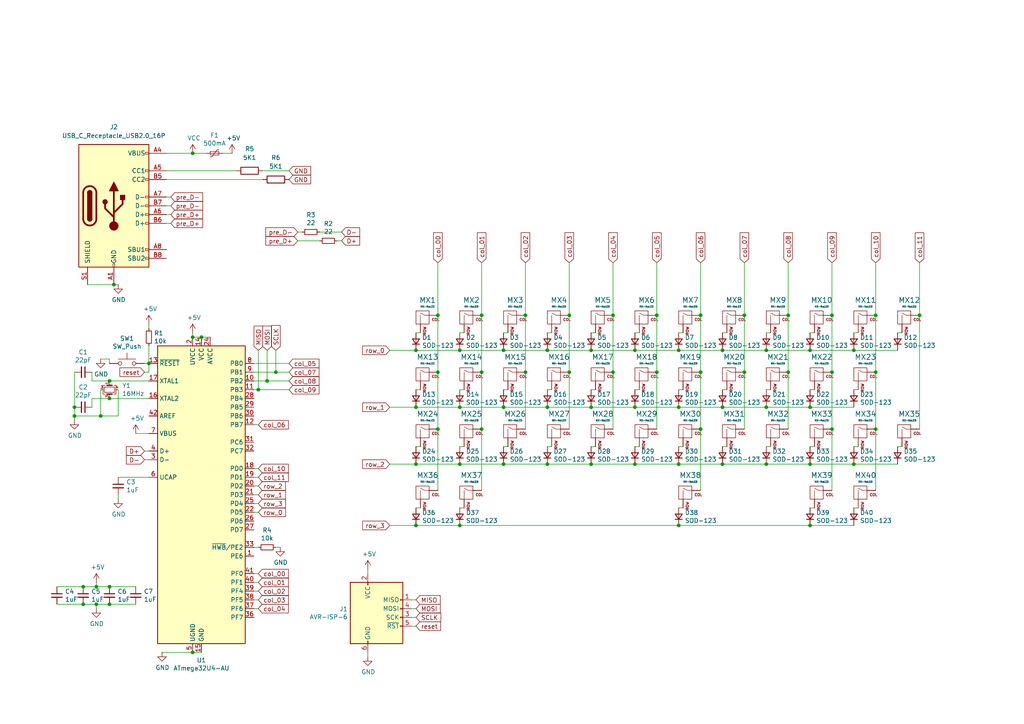
<source format=kicad_sch>
(kicad_sch (version 20250114) (generator "eeschema") (generator_version "9.0")
  (paper "A4")
  (junction (at 184.15 101.6))
  (junction (at 158.75 118.11))
  (junction (at 215.9 91.44))
  (junction (at 146.05 118.11))
  (junction (at 254 107.95))
  (junction (at 177.8 91.44))
  (junction (at 190.5 107.95))
  (junction (at 27.94 170.18))
  (junction (at 127 124.46))
  (junction (at 203.2 107.95))
  (junction (at 203.2 91.44))
  (junction (at 196.85 101.6))
  (junction (at 77.47 110.49))
  (junction (at 43.18 105.41))
  (junction (at 234.95 152.4))
  (junction (at 120.65 118.11))
  (junction (at 171.45 118.11))
  (junction (at 241.3 124.46))
  (junction (at 146.05 134.62))
  (junction (at 184.15 134.62))
  (junction (at 127 91.44))
  (junction (at 55.88 189.23))
  (junction (at 241.3 91.44))
  (junction (at 247.65 134.62))
  (junction (at 171.45 134.62))
  (junction (at 31.75 175.26))
  (junction (at 58.42 97.79))
  (junction (at 21.59 118.11))
  (junction (at 139.7 91.44))
  (junction (at 21.59 120.65))
  (junction (at 222.25 134.62))
  (junction (at 241.3 107.95))
  (junction (at 222.25 101.6))
  (junction (at 203.2 124.46))
  (junction (at 31.75 170.18))
  (junction (at 234.95 118.11))
  (junction (at 55.88 44.45))
  (junction (at 74.93 113.03))
  (junction (at 196.85 134.62))
  (junction (at 190.5 91.44))
  (junction (at 254 124.46))
  (junction (at 29.21 120.65))
  (junction (at 234.95 134.62))
  (junction (at 215.9 107.95))
  (junction (at 139.7 107.95))
  (junction (at 228.6 91.44))
  (junction (at 133.35 118.11))
  (junction (at 33.02 82.55))
  (junction (at 165.1 107.95))
  (junction (at 139.7 124.46))
  (junction (at 120.65 101.6))
  (junction (at 133.35 101.6))
  (junction (at 31.75 115.57))
  (junction (at 184.15 118.11))
  (junction (at 152.4 107.95))
  (junction (at 158.75 101.6))
  (junction (at 209.55 134.62))
  (junction (at 133.35 134.62))
  (junction (at 196.85 152.4))
  (junction (at 177.8 107.95))
  (junction (at 55.88 97.79))
  (junction (at 171.45 101.6))
  (junction (at 266.7 91.44))
  (junction (at 24.13 170.18))
  (junction (at 152.4 91.44))
  (junction (at 158.75 134.62))
  (junction (at 234.95 101.6))
  (junction (at 222.25 118.11))
  (junction (at 146.05 101.6))
  (junction (at 31.75 110.49))
  (junction (at 254 91.44))
  (junction (at 120.65 152.4))
  (junction (at 196.85 118.11))
  (junction (at 24.13 175.26))
  (junction (at 120.65 134.62))
  (junction (at 127 107.95))
  (junction (at 133.35 152.4))
  (junction (at 247.65 101.6))
  (junction (at 209.55 118.11))
  (junction (at 165.1 91.44))
  (junction (at 27.94 175.26))
  (junction (at 80.01 107.95))
  (junction (at 228.6 107.95))
  (junction (at 209.55 101.6))
  (wire (pts (xy 241.3 124.46) (xy 241.3 107.95)))
  (wire (pts (xy 31.75 104.14) (xy 29.21 104.14)))
  (wire (pts (xy 58.42 189.23) (xy 55.88 189.23)))
  (wire (pts (xy 139.7 124.46) (xy 139.7 142.24)))
  (wire (pts (xy 198.12 147.32) (xy 196.85 147.32)))
  (wire (pts (xy 160.02 129.54) (xy 158.75 129.54)))
  (wire (pts (xy 127 107.95) (xy 127 124.46)))
  (wire (pts (xy 248.92 96.52) (xy 247.65 96.52)))
  (wire (pts (xy 31.75 175.26) (xy 39.37 175.26)))
  (wire (pts (xy 160.02 113.03) (xy 158.75 113.03)))
  (wire (pts (xy 152.4 76.2) (xy 152.4 91.44)))
  (wire (pts (xy 158.75 118.11) (xy 146.05 118.11)))
  (wire (pts (xy 119.38 176.53) (xy 120.65 176.53)))
  (wire (pts (xy 261.62 129.54) (xy 260.35 129.54)))
  (wire (pts (xy 165.1 124.46) (xy 165.1 107.95)))
  (wire (pts (xy 119.38 173.99) (xy 120.65 173.99)))
  (wire (pts (xy 241.3 142.24) (xy 241.3 124.46)))
  (wire (pts (xy 74.93 138.43) (xy 73.66 138.43)))
  (wire (pts (xy 261.62 96.52) (xy 260.35 96.52)))
  (wire (pts (xy 172.72 96.52) (xy 171.45 96.52)))
  (wire (pts (xy 215.9 76.2) (xy 215.9 91.44)))
  (wire (pts (xy 254 142.24) (xy 254 124.46)))
  (wire (pts (xy 119.38 179.07) (xy 120.65 179.07)))
  (wire (pts (xy 133.35 134.62) (xy 120.65 134.62)))
  (wire (pts (xy 203.2 142.24) (xy 203.2 124.46)))
  (wire (pts (xy 74.93 123.19) (xy 73.66 123.19)))
  (wire (pts (xy 171.45 118.11) (xy 158.75 118.11)))
  (wire (pts (xy 209.55 118.11) (xy 196.85 118.11)))
  (wire (pts (xy 152.4 124.46) (xy 152.4 107.95)))
  (wire (pts (xy 215.9 124.46) (xy 215.9 107.95)))
  (wire (pts (xy 43.18 133.35) (xy 41.91 133.35)))
  (wire (pts (xy 55.88 97.79) (xy 55.88 96.52)))
  (wire (pts (xy 254 76.2) (xy 254 91.44)))
  (wire (pts (xy 119.38 181.61) (xy 120.65 181.61)))
  (wire (pts (xy 222.25 118.11) (xy 209.55 118.11)))
  (wire (pts (xy 196.85 134.62) (xy 184.15 134.62)))
  (wire (pts (xy 86.36 67.31) (xy 87.63 67.31)))
  (wire (pts (xy 121.92 113.03) (xy 120.65 113.03)))
  (wire (pts (xy 31.75 105.41) (xy 31.75 104.14)))
  (wire (pts (xy 67.31 44.45) (xy 64.77 44.45)))
  (wire (pts (xy 223.52 96.52) (xy 222.25 96.52)))
  (wire (pts (xy 134.62 96.52) (xy 133.35 96.52)))
  (wire (pts (xy 21.59 118.11) (xy 21.59 120.65)))
  (wire (pts (xy 210.82 113.03) (xy 209.55 113.03)))
  (wire (pts (xy 120.65 152.4) (xy 113.03 152.4)))
  (wire (pts (xy 74.93 171.45) (xy 73.66 171.45)))
  (wire (pts (xy 41.91 107.95) (xy 43.18 107.95)))
  (wire (pts (xy 139.7 124.46) (xy 139.7 107.95)))
  (wire (pts (xy 127 91.44) (xy 127 107.95)))
  (wire (pts (xy 236.22 147.32) (xy 234.95 147.32)))
  (wire (pts (xy 58.42 97.79) (xy 55.88 97.79)))
  (wire (pts (xy 74.93 143.51) (xy 73.66 143.51)))
  (wire (pts (xy 73.66 113.03) (xy 74.93 113.03)))
  (wire (pts (xy 254 107.95) (xy 254 91.44)))
  (wire (pts (xy 106.68 189.23) (xy 106.68 190.5)))
  (wire (pts (xy 234.95 134.62) (xy 222.25 134.62)))
  (wire (pts (xy 48.26 44.45) (xy 55.88 44.45)))
  (wire (pts (xy 34.29 143.51) (xy 34.29 144.78)))
  (wire (pts (xy 228.6 107.95) (xy 228.6 91.44)))
  (wire (pts (xy 222.25 101.6) (xy 209.55 101.6)))
  (wire (pts (xy 21.59 120.65) (xy 21.59 121.92)))
  (wire (pts (xy 236.22 113.03) (xy 234.95 113.03)))
  (wire (pts (xy 26.67 115.57) (xy 26.67 118.11)))
  (wire (pts (xy 43.18 107.95) (xy 43.18 105.41)))
  (wire (pts (xy 165.1 76.2) (xy 165.1 91.44)))
  (wire (pts (xy 185.42 129.54) (xy 184.15 129.54)))
  (wire (pts (xy 147.32 129.54) (xy 146.05 129.54)))
  (wire (pts (xy 80.01 107.95) (xy 83.82 107.95)))
  (wire (pts (xy 198.12 129.54) (xy 196.85 129.54)))
  (wire (pts (xy 73.66 110.49) (xy 77.47 110.49)))
  (wire (pts (xy 25.4 82.55) (xy 33.02 82.55)))
  (wire (pts (xy 177.8 107.95) (xy 177.8 91.44)))
  (wire (pts (xy 74.93 140.97) (xy 73.66 140.97)))
  (wire (pts (xy 74.93 113.03) (xy 83.82 113.03)))
  (wire (pts (xy 133.35 152.4) (xy 120.65 152.4)))
  (wire (pts (xy 55.88 189.23) (xy 46.99 189.23)))
  (wire (pts (xy 184.15 118.11) (xy 171.45 118.11)))
  (wire (pts (xy 198.12 113.03) (xy 196.85 113.03)))
  (wire (pts (xy 234.95 101.6) (xy 222.25 101.6)))
  (wire (pts (xy 113.03 101.6) (xy 120.65 101.6)))
  (wire (pts (xy 73.66 105.41) (xy 83.82 105.41)))
  (wire (pts (xy 203.2 107.95) (xy 203.2 91.44)))
  (wire (pts (xy 43.18 130.81) (xy 41.91 130.81)))
  (wire (pts (xy 185.42 113.03) (xy 184.15 113.03)))
  (wire (pts (xy 139.7 107.95) (xy 139.7 91.44)))
  (wire (pts (xy 39.37 125.73) (xy 43.18 125.73)))
  (wire (pts (xy 48.26 64.77) (xy 49.53 64.77)))
  (wire (pts (xy 198.12 96.52) (xy 196.85 96.52)))
  (wire (pts (xy 21.59 107.95) (xy 21.59 118.11)))
  (wire (pts (xy 203.2 76.2) (xy 203.2 91.44)))
  (wire (pts (xy 24.13 170.18) (xy 27.94 170.18)))
  (wire (pts (xy 27.94 175.26) (xy 27.94 176.53)))
  (wire (pts (xy 260.35 134.62) (xy 247.65 134.62)))
  (wire (pts (xy 43.18 93.98) (xy 43.18 95.25)))
  (wire (pts (xy 113.03 118.11) (xy 120.65 118.11)))
  (wire (pts (xy 60.96 97.79) (xy 58.42 97.79)))
  (wire (pts (xy 190.5 124.46) (xy 190.5 107.95)))
  (wire (pts (xy 172.72 129.54) (xy 171.45 129.54)))
  (wire (pts (xy 106.68 165.1) (xy 106.68 166.37)))
  (wire (pts (xy 43.18 100.33) (xy 43.18 105.41)))
  (wire (pts (xy 190.5 107.95) (xy 190.5 91.44)))
  (wire (pts (xy 77.47 101.6) (xy 77.47 110.49)))
  (wire (pts (xy 248.92 147.32) (xy 247.65 147.32)))
  (wire (pts (xy 177.8 76.2) (xy 177.8 91.44)))
  (wire (pts (xy 236.22 96.52) (xy 234.95 96.52)))
  (wire (pts (xy 133.35 118.11) (xy 120.65 118.11)))
  (wire (pts (xy 146.05 101.6) (xy 133.35 101.6)))
  (wire (pts (xy 185.42 96.52) (xy 184.15 96.52)))
  (wire (pts (xy 248.92 113.03) (xy 247.65 113.03)))
  (wire (pts (xy 99.06 69.85) (xy 97.79 69.85)))
  (wire (pts (xy 134.62 113.03) (xy 133.35 113.03)))
  (wire (pts (xy 228.6 76.2) (xy 228.6 91.44)))
  (wire (pts (xy 48.26 62.23) (xy 49.53 62.23)))
  (wire (pts (xy 133.35 152.4) (xy 196.85 152.4)))
  (wire (pts (xy 48.26 59.69) (xy 49.53 59.69)))
  (wire (pts (xy 121.92 129.54) (xy 120.65 129.54)))
  (wire (pts (xy 254 124.46) (xy 254 107.95)))
  (wire (pts (xy 29.21 120.65) (xy 29.21 113.03)))
  (wire (pts (xy 41.91 105.41) (xy 43.18 105.41)))
  (wire (pts (xy 209.55 134.62) (xy 196.85 134.62)))
  (wire (pts (xy 74.93 101.6) (xy 74.93 113.03)))
  (wire (pts (xy 73.66 107.95) (xy 80.01 107.95)))
  (wire (pts (xy 74.93 176.53) (xy 73.66 176.53)))
  (wire (pts (xy 33.02 82.55) (xy 34.29 82.55)))
  (wire (pts (xy 121.92 147.32) (xy 120.65 147.32)))
  (wire (pts (xy 147.32 113.03) (xy 146.05 113.03)))
  (wire (pts (xy 234.95 152.4) (xy 196.85 152.4)))
  (wire (pts (xy 127 76.2) (xy 127 91.44)))
  (wire (pts (xy 234.95 118.11) (xy 222.25 118.11)))
  (wire (pts (xy 203.2 124.46) (xy 203.2 107.95)))
  (wire (pts (xy 43.18 115.57) (xy 31.75 115.57)))
  (wire (pts (xy 99.06 67.31) (xy 92.71 67.31)))
  (wire (pts (xy 147.32 96.52) (xy 146.05 96.52)))
  (wire (pts (xy 158.75 101.6) (xy 146.05 101.6)))
  (wire (pts (xy 248.92 129.54) (xy 247.65 129.54)))
  (wire (pts (xy 73.66 146.05) (xy 74.93 146.05)))
  (wire (pts (xy 27.94 175.26) (xy 31.75 175.26)))
  (wire (pts (xy 34.29 120.65) (xy 29.21 120.65)))
  (wire (pts (xy 266.7 76.2) (xy 266.7 91.44)))
  (wire (pts (xy 172.72 113.03) (xy 171.45 113.03)))
  (wire (pts (xy 26.67 107.95) (xy 26.67 110.49)))
  (wire (pts (xy 73.66 158.75) (xy 74.93 158.75)))
  (wire (pts (xy 74.93 168.91) (xy 73.66 168.91)))
  (wire (pts (xy 158.75 134.62) (xy 146.05 134.62)))
  (wire (pts (xy 34.29 113.03) (xy 34.29 120.65)))
  (wire (pts (xy 241.3 107.95) (xy 241.3 91.44)))
  (wire (pts (xy 48.26 57.15) (xy 49.53 57.15)))
  (wire (pts (xy 76.2 49.53) (xy 83.82 49.53)))
  (wire (pts (xy 146.05 118.11) (xy 133.35 118.11)))
  (wire (pts (xy 228.6 124.46) (xy 228.6 107.95)))
  (wire (pts (xy 77.47 110.49) (xy 83.82 110.49)))
  (wire (pts (xy 24.13 175.26) (xy 27.94 175.26)))
  (wire (pts (xy 27.94 170.18) (xy 31.75 170.18)))
  (wire (pts (xy 48.26 49.53) (xy 68.58 49.53)))
  (wire (pts (xy 134.62 129.54) (xy 133.35 129.54)))
  (wire (pts (xy 127 142.24) (xy 127 124.46)))
  (wire (pts (xy 43.18 138.43) (xy 34.29 138.43)))
  (wire (pts (xy 146.05 134.62) (xy 133.35 134.62)))
  (wire (pts (xy 266.7 124.46) (xy 266.7 91.44)))
  (wire (pts (xy 215.9 91.44) (xy 215.9 107.95)))
  (wire (pts (xy 21.59 120.65) (xy 29.21 120.65)))
  (wire (pts (xy 241.3 76.2) (xy 241.3 91.44)))
  (wire (pts (xy 80.01 101.6) (xy 80.01 107.95)))
  (wire (pts (xy 260.35 101.6) (xy 247.65 101.6)))
  (wire (pts (xy 247.65 101.6) (xy 234.95 101.6)))
  (wire (pts (xy 196.85 101.6) (xy 184.15 101.6)))
  (wire (pts (xy 247.65 134.62) (xy 234.95 134.62)))
  (wire (pts (xy 31.75 115.57) (xy 26.67 115.57)))
  (wire (pts (xy 74.93 166.37) (xy 73.66 166.37)))
  (wire (pts (xy 177.8 124.46) (xy 177.8 107.95)))
  (wire (pts (xy 184.15 101.6) (xy 171.45 101.6)))
  (wire (pts (xy 113.03 134.62) (xy 120.65 134.62)))
  (wire (pts (xy 236.22 129.54) (xy 234.95 129.54)))
  (wire (pts (xy 74.93 148.59) (xy 73.66 148.59)))
  (wire (pts (xy 210.82 96.52) (xy 209.55 96.52)))
  (wire (pts (xy 222.25 134.62) (xy 209.55 134.62)))
  (wire (pts (xy 247.65 152.4) (xy 234.95 152.4)))
  (wire (pts (xy 171.45 134.62) (xy 158.75 134.62)))
  (wire (pts (xy 171.45 101.6) (xy 158.75 101.6)))
  (wire (pts (xy 184.15 134.62) (xy 171.45 134.62)))
  (wire (pts (xy 133.35 101.6) (xy 120.65 101.6)))
  (wire (pts (xy 223.52 129.54) (xy 222.25 129.54)))
  (wire (pts (xy 27.94 170.18) (xy 27.94 168.91)))
  (wire (pts (xy 80.01 158.75) (xy 81.28 158.75)))
  (wire (pts (xy 209.55 101.6) (xy 196.85 101.6)))
  (wire (pts (xy 165.1 107.95) (xy 165.1 91.44)))
  (wire (pts (xy 196.85 118.11) (xy 184.15 118.11)))
  (wire (pts (xy 160.02 96.52) (xy 158.75 96.52)))
  (wire (pts (xy 223.52 113.03) (xy 222.25 113.03)))
  (wire (pts (xy 210.82 129.54) (xy 209.55 129.54)))
  (wire (pts (xy 16.51 170.18) (xy 24.13 170.18)))
  (wire (pts (xy 43.18 110.49) (xy 31.75 110.49)))
  (wire (pts (xy 74.93 173.99) (xy 73.66 173.99)))
  (wire (pts (xy 31.75 170.18) (xy 39.37 170.18)))
  (wire (pts (xy 16.51 175.26) (xy 24.13 175.26)))
  (wire (pts (xy 139.7 76.2) (xy 139.7 91.44)))
  (wire (pts (xy 26.67 110.49) (xy 31.75 110.49)))
  (wire (pts (xy 86.36 69.85) (xy 92.71 69.85)))
  (wire (pts (xy 190.5 76.2) (xy 190.5 91.44)))
  (wire (pts (xy 55.88 44.45) (xy 59.69 44.45)))
  (wire (pts (xy 152.4 107.95) (xy 152.4 91.44)))
  (wire (pts (xy 134.62 147.32) (xy 133.35 147.32)))
  (wire (pts (xy 247.65 118.11) (xy 234.95 118.11)))
  (wire (pts (xy 48.26 52.07) (xy 76.2 52.07)))
  (wire (pts (xy 121.92 96.52) (xy 120.65 96.52)))
  (wire (pts (xy 74.93 135.89) (xy 73.66 135.89)))
  (global_label "D+" (shape input) (at 99.06 69.85 0) (property "Intersheetrefs" "${INTERSHEET_REFS}" (effects (hide yes))))
  (global_label "row_1" (shape input) (at 74.93 143.51 0) (property "Intersheetrefs" "${INTERSHEET_REFS}" (effects (hide yes))))
  (global_label "col_05" (shape input) (at 190.5 76.2 90) (property "Intersheetrefs" "${INTERSHEET_REFS}" (effects (hide yes))))
  (global_label "pre_D-" (shape input) (at 49.53 57.15 0) (property "Intersheetrefs" "${INTERSHEET_REFS}" (effects (hide yes))))
  (global_label "col_02" (shape input) (at 74.93 171.45 0) (property "Intersheetrefs" "${INTERSHEET_REFS}" (effects (hide yes))))
  (global_label "row_1" (shape input) (at 113.03 118.11 180) (property "Intersheetrefs" "${INTERSHEET_REFS}" (effects (hide yes))))
  (global_label "pre_D+" (shape input) (at 86.36 69.85 180) (property "Intersheetrefs" "${INTERSHEET_REFS}" (effects (hide yes))))
  (global_label "col_00" (shape input) (at 127 76.2 90) (property "Intersheetrefs" "${INTERSHEET_REFS}" (effects (hide yes))))
  (global_label "MISO" (shape input) (at 120.65 173.99 0) (property "Intersheetrefs" "${INTERSHEET_REFS}" (effects (hide yes))))
  (global_label "MISO" (shape input) (at 74.93 101.6 90) (property "Intersheetrefs" "${INTERSHEET_REFS}" (effects (hide yes))))
  (global_label "col_02" (shape input) (at 152.4 76.2 90) (property "Intersheetrefs" "${INTERSHEET_REFS}" (effects (hide yes))))
  (global_label "col_10" (shape input) (at 74.93 135.89 0) (property "Intersheetrefs" "${INTERSHEET_REFS}" (effects (hide yes))))
  (global_label "MOSI" (shape input) (at 77.47 101.6 90) (property "Intersheetrefs" "${INTERSHEET_REFS}" (effects (hide yes))))
  (global_label "pre_D-" (shape input) (at 49.53 59.69 0) (property "Intersheetrefs" "${INTERSHEET_REFS}" (effects (hide yes))))
  (global_label "col_11" (shape input) (at 266.7 76.2 90) (property "Intersheetrefs" "${INTERSHEET_REFS}" (effects (hide yes))))
  (global_label "col_09" (shape input) (at 83.82 113.03 0) (property "Intersheetrefs" "${INTERSHEET_REFS}" (effects (hide yes))))
  (global_label "reset" (shape input) (at 120.65 181.61 0) (property "Intersheetrefs" "${INTERSHEET_REFS}" (effects (hide yes))))
  (global_label "row_0" (shape input) (at 74.93 148.59 0) (property "Intersheetrefs" "${INTERSHEET_REFS}" (effects (hide yes))))
  (global_label "MOSI" (shape input) (at 120.65 176.53 0) (property "Intersheetrefs" "${INTERSHEET_REFS}" (effects (hide yes))))
  (global_label "col_10" (shape input) (at 254 76.2 90) (property "Intersheetrefs" "${INTERSHEET_REFS}" (effects (hide yes))))
  (global_label "col_06" (shape input) (at 74.93 123.19 0) (property "Intersheetrefs" "${INTERSHEET_REFS}" (effects (hide yes))))
  (global_label "row_0" (shape input) (at 113.03 101.6 180) (property "Intersheetrefs" "${INTERSHEET_REFS}" (effects (hide yes))))
  (global_label "GND" (shape input) (at 83.82 52.07 0) (property "Intersheetrefs" "${INTERSHEET_REFS}" (effects (hide yes))))
  (global_label "col_04" (shape input) (at 177.8 76.2 90) (property "Intersheetrefs" "${INTERSHEET_REFS}" (effects (hide yes))))
  (global_label "col_08" (shape input) (at 83.82 110.49 0) (property "Intersheetrefs" "${INTERSHEET_REFS}" (effects (hide yes))))
  (global_label "col_09" (shape input) (at 241.3 76.2 90) (property "Intersheetrefs" "${INTERSHEET_REFS}" (effects (hide yes))))
  (global_label "col_06" (shape input) (at 203.2 76.2 90) (property "Intersheetrefs" "${INTERSHEET_REFS}" (effects (hide yes))))
  (global_label "GND" (shape input) (at 83.82 49.53 0) (property "Intersheetrefs" "${INTERSHEET_REFS}" (effects (hide yes))))
  (global_label "col_01" (shape input) (at 74.93 168.91 0) (property "Intersheetrefs" "${INTERSHEET_REFS}" (effects (hide yes))))
  (global_label "col_03" (shape input) (at 165.1 76.2 90) (property "Intersheetrefs" "${INTERSHEET_REFS}" (effects (hide yes))))
  (global_label "D+" (shape input) (at 41.91 130.81 180) (property "Intersheetrefs" "${INTERSHEET_REFS}" (effects (hide yes))))
  (global_label "col_07" (shape input) (at 83.82 107.95 0) (property "Intersheetrefs" "${INTERSHEET_REFS}" (effects (hide yes))))
  (global_label "pre_D+" (shape input) (at 49.53 64.77 0) (property "Intersheetrefs" "${INTERSHEET_REFS}" (effects (hide yes))))
  (global_label "D-" (shape input) (at 99.06 67.31 0) (property "Intersheetrefs" "${INTERSHEET_REFS}" (effects (hide yes))))
  (global_label "row_3" (shape input) (at 113.03 152.4 180) (property "Intersheetrefs" "${INTERSHEET_REFS}" (effects (hide yes))))
  (global_label "pre_D-" (shape input) (at 86.36 67.31 180) (property "Intersheetrefs" "${INTERSHEET_REFS}" (effects (hide yes))))
  (global_label "col_11" (shape input) (at 74.93 138.43 0) (property "Intersheetrefs" "${INTERSHEET_REFS}" (effects (hide yes))))
  (global_label "col_07" (shape input) (at 215.9 76.2 90) (property "Intersheetrefs" "${INTERSHEET_REFS}" (effects (hide yes))))
  (global_label "col_04" (shape input) (at 74.93 176.53 0) (property "Intersheetrefs" "${INTERSHEET_REFS}" (effects (hide yes))))
  (global_label "col_01" (shape input) (at 139.7 76.2 90) (property "Intersheetrefs" "${INTERSHEET_REFS}" (effects (hide yes))))
  (global_label "row_2" (shape input) (at 113.03 134.62 180) (property "Intersheetrefs" "${INTERSHEET_REFS}" (effects (hide yes))))
  (global_label "reset" (shape input) (at 41.91 107.95 180) (property "Intersheetrefs" "${INTERSHEET_REFS}" (effects (hide yes))))
  (global_label "SCLK" (shape input) (at 120.65 179.07 0) (property "Intersheetrefs" "${INTERSHEET_REFS}" (effects (hide yes))))
  (global_label "col_05" (shape input) (at 83.82 105.41 0) (property "Intersheetrefs" "${INTERSHEET_REFS}" (effects (hide yes))))
  (global_label "row_2" (shape input) (at 74.93 140.97 0) (property "Intersheetrefs" "${INTERSHEET_REFS}" (effects (hide yes))))
  (global_label "col_00" (shape input) (at 74.93 166.37 0) (property "Intersheetrefs" "${INTERSHEET_REFS}" (effects (hide yes))))
  (global_label "SCLK" (shape input) (at 80.01 101.6 90) (property "Intersheetrefs" "${INTERSHEET_REFS}" (effects (hide yes))))
  (global_label "col_08" (shape input) (at 228.6 76.2 90) (property "Intersheetrefs" "${INTERSHEET_REFS}" (effects (hide yes))))
  (global_label "pre_D+" (shape input) (at 49.53 62.23 0) (property "Intersheetrefs" "${INTERSHEET_REFS}" (effects (hide yes))))
  (global_label "row_3" (shape input) (at 74.93 146.05 0) (property "Intersheetrefs" "${INTERSHEET_REFS}" (effects (hide yes))))
  (global_label "col_03" (shape input) (at 74.93 173.99 0) (property "Intersheetrefs" "${INTERSHEET_REFS}" (effects (hide yes))))
  (global_label "D-" (shape input) (at 41.91 133.35 180) (property "Intersheetrefs" "${INTERSHEET_REFS}" (effects (hide yes))))
  (symbol (lib_id "MCU_Microchip_ATmega:ATmega32U4-AU") (at 58.42 143.51 0) (unit 1)
    (property "Reference" "U1" (at 58.42 191.4906 0))
    (property "Value" "ATmega32U4-AU" (at 58.42 193.802 0))
    (property "Footprint" "Package_QFP:TQFP-44_10x10mm_P0.8mm" (effects (hide yes)))
    (property "Datasheet" "http://ww1.microchip.com/downloads/en/DeviceDoc/Atmel-7766-8-bit-AVR-ATmega16U4-32U4_Datasheet.pdf" (effects (hide yes)))
  )
  (symbol (lib_id "power:+5V") (at 55.88 96.52 0) (unit 1)
    (property "Reference" "#PWR0101" (effects (hide yes)))
    (property "Value" "+5V" (at 56.261 92.1258 0))
  )
  (symbol (lib_id "power:GND") (at 46.99 189.23 0) (unit 1)
    (property "Reference" "#PWR0102" (effects (hide yes)))
    (property "Value" "GND" (at 47.117 193.6242 0))
  )
  (symbol (lib_id "Device:R_Small") (at 77.47 158.75 270) (unit 1)
    (property "Reference" "R4" (at 77.47 153.7716 90))
    (property "Value" "10k" (at 77.47 156.083 90))
    (property "Footprint" "Resistor_SMD:R_0805_2012Metric" (effects (hide yes)))
  )
  (symbol (lib_id "power:GND") (at 81.28 158.75 0) (unit 1)
    (property "Reference" "#PWR0103" (effects (hide yes)))
    (property "Value" "GND" (at 81.407 163.1442 0))
  )
  (symbol (lib_id "Device:R_Small") (at 95.25 69.85 270) (unit 1)
    (property "Reference" "R2" (at 95.25 64.8716 90))
    (property "Value" "22" (at 95.25 67.183 90))
    (property "Footprint" "Resistor_SMD:R_0805_2012Metric" (effects (hide yes)))
  )
  (symbol (lib_id "Device:R_Small") (at 90.17 67.31 270) (unit 1)
    (property "Reference" "R3" (at 90.17 62.3316 90))
    (property "Value" "22" (at 90.17 64.643 90))
    (property "Footprint" "Resistor_SMD:R_0805_2012Metric" (effects (hide yes)))
  )
  (symbol (lib_id "Device:C_Small") (at 34.29 140.97 0) (unit 1)
    (property "Reference" "C3" (at 36.6268 139.8016 0) (effects (justify left)))
    (property "Value" "1uF" (at 36.6268 142.113 0) (effects (justify left)))
    (property "Footprint" "Capacitor_SMD:C_0805_2012Metric" (effects (hide yes)))
  )
  (symbol (lib_id "power:GND") (at 34.29 144.78 0) (unit 1)
    (property "Reference" "#PWR0104" (effects (hide yes)))
    (property "Value" "GND" (at 34.417 149.1742 0))
  )
  (symbol (lib_id "Device:C_Small") (at 16.51 172.72 0) (unit 1)
    (property "Reference" "C4" (at 18.8468 171.5516 0) (effects (justify left)))
    (property "Value" "1uF" (at 18.8468 173.863 0) (effects (justify left)))
    (property "Footprint" "Capacitor_SMD:C_0805_2012Metric" (effects (hide yes)))
  )
  (symbol (lib_id "Device:C_Small") (at 24.13 172.72 0) (unit 1)
    (property "Reference" "C5" (at 26.4668 171.5516 0) (effects (justify left)))
    (property "Value" "1uF" (at 26.4668 173.863 0) (effects (justify left)))
    (property "Footprint" "Capacitor_SMD:C_0805_2012Metric" (effects (hide yes)))
  )
  (symbol (lib_id "Device:C_Small") (at 31.75 172.72 0) (unit 1)
    (property "Reference" "C6" (at 34.0868 171.5516 0) (effects (justify left)))
    (property "Value" "1uF" (at 34.0868 173.863 0) (effects (justify left)))
    (property "Footprint" "Capacitor_SMD:C_0805_2012Metric" (effects (hide yes)))
  )
  (symbol (lib_id "Device:C_Small") (at 39.37 172.72 0) (unit 1)
    (property "Reference" "C7" (at 41.7068 171.5516 0) (effects (justify left)))
    (property "Value" "1uF" (at 41.7068 173.863 0) (effects (justify left)))
    (property "Footprint" "Capacitor_SMD:C_0805_2012Metric" (effects (hide yes)))
  )
  (symbol (lib_id "power:+5V") (at 27.94 168.91 0) (unit 1)
    (property "Reference" "#PWR0105" (effects (hide yes)))
    (property "Value" "+5V" (at 28.321 164.5158 0))
  )
  (symbol (lib_id "power:GND") (at 27.94 176.53 0) (unit 1)
    (property "Reference" "#PWR0106" (effects (hide yes)))
    (property "Value" "GND" (at 28.067 180.9242 0))
  )
  (symbol (lib_id "power:+5V") (at 39.37 125.73 0) (unit 1)
    (property "Reference" "#PWR0107" (effects (hide yes)))
    (property "Value" "+5V" (at 39.751 121.3358 0))
  )
  (symbol (lib_id "Device:Crystal_GND24_Small") (at 31.75 113.03 270) (unit 1)
    (property "Reference" "Y1" (at 35.4076 111.8616 90) (effects (justify left)))
    (property "Value" "16MHz" (at 35.4076 114.173 90) (effects (justify left)))
    (property "Footprint" "Crystal:Crystal_SMD_3225-4Pin_3.2x2.5mm" (effects (hide yes)))
  )
  (symbol (lib_id "power:GND") (at 21.59 121.92 0) (unit 1)
    (property "Reference" "#PWR0108" (effects (hide yes)))
    (property "Value" "GND" (at 21.717 126.3142 0))
  )
  (symbol (lib_id "Device:C_Small") (at 24.13 107.95 270) (unit 1)
    (property "Reference" "C1" (at 24.13 102.1334 90))
    (property "Value" "22pF" (at 24.13 104.4448 90))
    (property "Footprint" "Capacitor_SMD:C_0805_2012Metric" (effects (hide yes)))
  )
  (symbol (lib_id "Device:C_Small") (at 24.13 118.11 270) (unit 1)
    (property "Reference" "C2" (at 24.13 112.2934 90))
    (property "Value" "22pF" (at 24.13 114.6048 90))
    (property "Footprint" "Capacitor_SMD:C_0805_2012Metric" (effects (hide yes)))
  )
  (symbol (lib_id "Switch:SW_Push") (at 36.83 105.41 0) (unit 1)
    (property "Reference" "SW1" (at 36.83 98.171 0))
    (property "Value" "SW_Push" (at 36.83 100.4824 0))
    (property "Footprint" "random-keyboard-parts:SKQG-1155865" (effects (hide yes)))
  )
  (symbol (lib_id "power:GND") (at 29.21 104.14 0) (unit 1)
    (property "Reference" "#PWR0109" (effects (hide yes)))
    (property "Value" "GND" (at 29.337 108.5342 0))
  )
  (symbol (lib_id "Device:R_Small") (at 43.18 97.79 0) (unit 1)
    (property "Reference" "R1" (at 44.6786 96.6216 0) (effects (justify left)))
    (property "Value" "10k" (at 44.6786 98.933 0) (effects (justify left)))
    (property "Footprint" "Resistor_SMD:R_0805_2012Metric" (effects (hide yes)))
  )
  (symbol (lib_id "power:+5V") (at 43.18 93.98 0) (unit 1)
    (property "Reference" "#PWR0110" (effects (hide yes)))
    (property "Value" "+5V" (at 43.561 89.5858 0))
  )
  (symbol (lib_id "Device:Polyfuse_Small") (at 62.23 44.45 270) (unit 1)
    (property "Reference" "F1" (at 62.23 39.243 90))
    (property "Value" "500mA" (at 62.23 41.5544 90))
    (property "Footprint" "Fuse:Fuse_1206_3216Metric" (effects (hide yes)))
  )
  (symbol (lib_id "power:+5V") (at 67.31 44.45 0) (unit 1)
    (property "Reference" "#PWR0111" (effects (hide yes)))
    (property "Value" "+5V" (at 67.691 40.0558 0))
  )
  (symbol (lib_id "power:VCC") (at 55.88 44.45 0) (unit 1)
    (property "Reference" "#PWR0112" (effects (hide yes)))
    (property "Value" "VCC" (at 56.261 40.0558 0))
  )
  (symbol (lib_id "power:GND") (at 34.29 82.55 0) (unit 1)
    (property "Reference" "#PWR0113" (effects (hide yes)))
    (property "Value" "GND" (at 34.417 86.9442 0))
  )
  (symbol (lib_id "MX_Alps_Hybrid:MX-NoLED") (at 123.19 92.71 0) (unit 1)
    (property "Reference" "MX1" (at 124.0282 87.0458 0) (effects (font (size 1.524 1.524))))
    (property "Value" "MX-NoLED" (at 124.0282 88.9254 0) (effects (font (size 0.508 0.508))))
    (property "Footprint" "MX_Only:MXOnly-1U-NoLED" (effects (hide yes)))
  )
  (symbol (lib_id "Device:D_Small") (at 120.65 99.06 90) (unit 1)
    (property "Reference" "D1" (at 122.428 97.8916 90) (effects (justify right)))
    (property "Value" "SOD-123" (at 122.428 100.203 90) (effects (justify right)))
    (property "Footprint" "Diode_SMD:D_SOD-123" (effects (hide yes)))
  )
  (symbol (lib_id "MX_Alps_Hybrid:MX-NoLED") (at 135.89 92.71 0) (unit 1)
    (property "Reference" "MX2" (at 136.7282 87.0458 0) (effects (font (size 1.524 1.524))))
    (property "Value" "MX-NoLED" (at 136.7282 88.9254 0) (effects (font (size 0.508 0.508))))
    (property "Footprint" "MX_Only:MXOnly-1U-NoLED" (effects (hide yes)))
  )
  (symbol (lib_id "Device:D_Small") (at 133.35 99.06 90) (unit 1)
    (property "Reference" "D2" (at 135.128 97.8916 90) (effects (justify right)))
    (property "Value" "SOD-123" (at 135.128 100.203 90) (effects (justify right)))
    (property "Footprint" "Diode_SMD:D_SOD-123" (effects (hide yes)))
  )
  (symbol (lib_id "MX_Alps_Hybrid:MX-NoLED") (at 148.59 92.71 0) (unit 1)
    (property "Reference" "MX3" (at 149.4282 87.0458 0) (effects (font (size 1.524 1.524))))
    (property "Value" "MX-NoLED" (at 149.4282 88.9254 0) (effects (font (size 0.508 0.508))))
    (property "Footprint" "MX_Only:MXOnly-1U-NoLED" (effects (hide yes)))
  )
  (symbol (lib_id "Device:D_Small") (at 146.05 99.06 90) (unit 1)
    (property "Reference" "D3" (at 147.828 97.8916 90) (effects (justify right)))
    (property "Value" "SOD-123" (at 147.828 100.203 90) (effects (justify right)))
    (property "Footprint" "Diode_SMD:D_SOD-123" (effects (hide yes)))
  )
  (symbol (lib_id "MX_Alps_Hybrid:MX-NoLED") (at 161.29 92.71 0) (unit 1)
    (property "Reference" "MX4" (at 162.1282 87.0458 0) (effects (font (size 1.524 1.524))))
    (property "Value" "MX-NoLED" (at 162.1282 88.9254 0) (effects (font (size 0.508 0.508))))
    (property "Footprint" "MX_Only:MXOnly-1U-NoLED" (effects (hide yes)))
  )
  (symbol (lib_id "Device:D_Small") (at 158.75 99.06 90) (unit 1)
    (property "Reference" "D4" (at 160.528 97.8916 90) (effects (justify right)))
    (property "Value" "SOD-123" (at 160.528 100.203 90) (effects (justify right)))
    (property "Footprint" "Diode_SMD:D_SOD-123" (effects (hide yes)))
  )
  (symbol (lib_id "MX_Alps_Hybrid:MX-NoLED") (at 173.99 92.71 0) (unit 1)
    (property "Reference" "MX5" (at 174.8282 87.0458 0) (effects (font (size 1.524 1.524))))
    (property "Value" "MX-NoLED" (at 174.8282 88.9254 0) (effects (font (size 0.508 0.508))))
    (property "Footprint" "MX_Only:MXOnly-1U-NoLED" (effects (hide yes)))
  )
  (symbol (lib_id "Device:D_Small") (at 171.45 99.06 90) (unit 1)
    (property "Reference" "D5" (at 173.228 97.8916 90) (effects (justify right)))
    (property "Value" "SOD-123" (at 173.228 100.203 90) (effects (justify right)))
    (property "Footprint" "Diode_SMD:D_SOD-123" (effects (hide yes)))
  )
  (symbol (lib_id "MX_Alps_Hybrid:MX-NoLED") (at 186.69 92.71 0) (unit 1)
    (property "Reference" "MX6" (at 187.5282 87.0458 0) (effects (font (size 1.524 1.524))))
    (property "Value" "MX-NoLED" (at 187.5282 88.9254 0) (effects (font (size 0.508 0.508))))
    (property "Footprint" "MX_Only:MXOnly-1U-NoLED" (effects (hide yes)))
  )
  (symbol (lib_id "Device:D_Small") (at 184.15 99.06 90) (unit 1)
    (property "Reference" "D6" (at 185.928 97.8916 90) (effects (justify right)))
    (property "Value" "SOD-123" (at 185.928 100.203 90) (effects (justify right)))
    (property "Footprint" "Diode_SMD:D_SOD-123" (effects (hide yes)))
  )
  (symbol (lib_id "MX_Alps_Hybrid:MX-NoLED") (at 199.39 92.71 0) (unit 1)
    (property "Reference" "MX7" (at 200.2282 87.0458 0) (effects (font (size 1.524 1.524))))
    (property "Value" "MX-NoLED" (at 200.2282 88.9254 0) (effects (font (size 0.508 0.508))))
    (property "Footprint" "MX_Only:MXOnly-1U-NoLED" (effects (hide yes)))
  )
  (symbol (lib_id "Device:D_Small") (at 196.85 99.06 90) (unit 1)
    (property "Reference" "D7" (at 198.628 97.8916 90) (effects (justify right)))
    (property "Value" "SOD-123" (at 198.628 100.203 90) (effects (justify right)))
    (property "Footprint" "Diode_SMD:D_SOD-123" (effects (hide yes)))
  )
  (symbol (lib_id "MX_Alps_Hybrid:MX-NoLED") (at 212.09 92.71 0) (unit 1)
    (property "Reference" "MX8" (at 212.9282 87.0458 0) (effects (font (size 1.524 1.524))))
    (property "Value" "MX-NoLED" (at 212.9282 88.9254 0) (effects (font (size 0.508 0.508))))
    (property "Footprint" "MX_Only:MXOnly-1U-NoLED" (effects (hide yes)))
  )
  (symbol (lib_id "Device:D_Small") (at 209.55 99.06 90) (unit 1)
    (property "Reference" "D8" (at 211.328 97.8916 90) (effects (justify right)))
    (property "Value" "SOD-123" (at 211.328 100.203 90) (effects (justify right)))
    (property "Footprint" "Diode_SMD:D_SOD-123" (effects (hide yes)))
  )
  (symbol (lib_id "Connector:AVR-ISP-6") (at 109.22 179.07 0) (unit 1)
    (property "Reference" "J1" (at 100.8634 176.6316 0) (effects (justify right)))
    (property "Value" "AVR-ISP-6" (at 100.8634 178.943 0) (effects (justify right)))
    (property "Footprint" "Connector_PinHeader_1.27mm:PinHeader_2x03_P1.27mm_Vertical_SMD" (effects (hide yes)))
  )
  (symbol (lib_id "MX_Alps_Hybrid:MX-NoLED") (at 224.79 92.71 0) (unit 1)
    (property "Reference" "MX9" (at 225.6282 87.0458 0) (effects (font (size 1.524 1.524))))
    (property "Value" "MX-NoLED" (at 225.6282 88.9254 0) (effects (font (size 0.508 0.508))))
    (property "Footprint" "MX_Only:MXOnly-1U-NoLED" (effects (hide yes)))
  )
  (symbol (lib_id "Device:D_Small") (at 222.25 99.06 90) (unit 1)
    (property "Reference" "D9" (at 224.028 97.8916 90) (effects (justify right)))
    (property "Value" "SOD-123" (at 224.028 100.203 90) (effects (justify right)))
    (property "Footprint" "Diode_SMD:D_SOD-123" (effects (hide yes)))
  )
  (symbol (lib_id "MX_Alps_Hybrid:MX-NoLED") (at 237.49 92.71 0) (unit 1)
    (property "Reference" "MX10" (at 238.3282 87.0458 0) (effects (font (size 1.524 1.524))))
    (property "Value" "MX-NoLED" (at 238.3282 88.9254 0) (effects (font (size 0.508 0.508))))
    (property "Footprint" "MX_Only:MXOnly-1U-NoLED" (effects (hide yes)))
  )
  (symbol (lib_id "Device:D_Small") (at 234.95 99.06 90) (unit 1)
    (property "Reference" "D10" (at 236.728 97.8916 90) (effects (justify right)))
    (property "Value" "SOD-123" (at 236.728 100.203 90) (effects (justify right)))
    (property "Footprint" "Diode_SMD:D_SOD-123" (effects (hide yes)))
  )
  (symbol (lib_id "MX_Alps_Hybrid:MX-NoLED") (at 250.19 92.71 0) (unit 1)
    (property "Reference" "MX11" (at 251.0282 87.0458 0) (effects (font (size 1.524 1.524))))
    (property "Value" "MX-NoLED" (at 251.0282 88.9254 0) (effects (font (size 0.508 0.508))))
    (property "Footprint" "MX_Only:MXOnly-1U-NoLED" (effects (hide yes)))
  )
  (symbol (lib_id "Device:D_Small") (at 247.65 99.06 90) (unit 1)
    (property "Reference" "D11" (at 249.428 97.8916 90) (effects (justify right)))
    (property "Value" "SOD-123" (at 249.428 100.203 90) (effects (justify right)))
    (property "Footprint" "Diode_SMD:D_SOD-123" (effects (hide yes)))
  )
  (symbol (lib_id "MX_Alps_Hybrid:MX-NoLED") (at 262.89 92.71 0) (unit 1)
    (property "Reference" "MX12" (at 263.7282 87.0458 0) (effects (font (size 1.524 1.524))))
    (property "Value" "MX-NoLED" (at 263.7282 88.9254 0) (effects (font (size 0.508 0.508))))
    (property "Footprint" "MX_Only:MXOnly-ISO" (effects (hide yes)))
  )
  (symbol (lib_id "Device:D_Small") (at 260.35 99.06 90) (unit 1)
    (property "Reference" "D12" (at 262.128 97.8916 90) (effects (justify right)))
    (property "Value" "SOD-123" (at 262.128 100.203 90) (effects (justify right)))
    (property "Footprint" "Diode_SMD:D_SOD-123" (effects (hide yes)))
  )
  (symbol (lib_id "power:GND") (at 106.68 190.5 0) (unit 1)
    (property "Reference" "#PWR0114" (effects (hide yes)))
    (property "Value" "GND" (at 106.807 194.8942 0))
  )
  (symbol (lib_id "power:+5V") (at 106.68 165.1 0) (unit 1)
    (property "Reference" "#PWR0115" (effects (hide yes)))
    (property "Value" "+5V" (at 107.061 160.7058 0))
  )
  (symbol (lib_id "MX_Alps_Hybrid:MX-NoLED") (at 123.19 109.22 0) (unit 1)
    (property "Reference" "MX13" (at 124.0282 103.5558 0) (effects (font (size 1.524 1.524))))
    (property "Value" "MX-NoLED" (at 124.0282 105.4354 0) (effects (font (size 0.508 0.508))))
    (property "Footprint" "MX_Only:MXOnly-1.25U-NoLED" (effects (hide yes)))
  )
  (symbol (lib_id "Device:D_Small") (at 120.65 115.57 90) (unit 1)
    (property "Reference" "D13" (at 122.428 114.4016 90) (effects (justify right)))
    (property "Value" "SOD-123" (at 122.428 116.713 90) (effects (justify right)))
    (property "Footprint" "Diode_SMD:D_SOD-123" (effects (hide yes)))
  )
  (symbol (lib_id "MX_Alps_Hybrid:MX-NoLED") (at 135.89 109.22 0) (unit 1)
    (property "Reference" "MX14" (at 136.7282 103.5558 0) (effects (font (size 1.524 1.524))))
    (property "Value" "MX-NoLED" (at 136.7282 105.4354 0) (effects (font (size 0.508 0.508))))
    (property "Footprint" "MX_Only:MXOnly-1U-NoLED" (effects (hide yes)))
  )
  (symbol (lib_id "Device:D_Small") (at 133.35 115.57 90) (unit 1)
    (property "Reference" "D14" (at 135.128 114.4016 90) (effects (justify right)))
    (property "Value" "SOD-123" (at 135.128 116.713 90) (effects (justify right)))
    (property "Footprint" "Diode_SMD:D_SOD-123" (effects (hide yes)))
  )
  (symbol (lib_id "MX_Alps_Hybrid:MX-NoLED") (at 148.59 109.22 0) (unit 1)
    (property "Reference" "MX15" (at 149.4282 103.5558 0) (effects (font (size 1.524 1.524))))
    (property "Value" "MX-NoLED" (at 149.4282 105.4354 0) (effects (font (size 0.508 0.508))))
    (property "Footprint" "MX_Only:MXOnly-1U-NoLED" (effects (hide yes)))
  )
  (symbol (lib_id "Device:D_Small") (at 146.05 115.57 90) (unit 1)
    (property "Reference" "D15" (at 147.828 114.4016 90) (effects (justify right)))
    (property "Value" "SOD-123" (at 147.828 116.713 90) (effects (justify right)))
    (property "Footprint" "Diode_SMD:D_SOD-123" (effects (hide yes)))
  )
  (symbol (lib_id "MX_Alps_Hybrid:MX-NoLED") (at 161.29 109.22 0) (unit 1)
    (property "Reference" "MX16" (at 162.1282 103.5558 0) (effects (font (size 1.524 1.524))))
    (property "Value" "MX-NoLED" (at 162.1282 105.4354 0) (effects (font (size 0.508 0.508))))
    (property "Footprint" "MX_Only:MXOnly-1U-NoLED" (effects (hide yes)))
  )
  (symbol (lib_id "Device:D_Small") (at 158.75 115.57 90) (unit 1)
    (property "Reference" "D16" (at 160.528 114.4016 90) (effects (justify right)))
    (property "Value" "SOD-123" (at 160.528 116.713 90) (effects (justify right)))
    (property "Footprint" "Diode_SMD:D_SOD-123" (effects (hide yes)))
  )
  (symbol (lib_id "MX_Alps_Hybrid:MX-NoLED") (at 173.99 109.22 0) (unit 1)
    (property "Reference" "MX17" (at 174.8282 103.5558 0) (effects (font (size 1.524 1.524))))
    (property "Value" "MX-NoLED" (at 174.8282 105.4354 0) (effects (font (size 0.508 0.508))))
    (property "Footprint" "MX_Only:MXOnly-1U-NoLED" (effects (hide yes)))
  )
  (symbol (lib_id "Device:D_Small") (at 171.45 115.57 90) (unit 1)
    (property "Reference" "D17" (at 173.228 114.4016 90) (effects (justify right)))
    (property "Value" "SOD-123" (at 173.228 116.713 90) (effects (justify right)))
    (property "Footprint" "Diode_SMD:D_SOD-123" (effects (hide yes)))
  )
  (symbol (lib_id "MX_Alps_Hybrid:MX-NoLED") (at 186.69 109.22 0) (unit 1)
    (property "Reference" "MX18" (at 187.5282 103.5558 0) (effects (font (size 1.524 1.524))))
    (property "Value" "MX-NoLED" (at 187.5282 105.4354 0) (effects (font (size 0.508 0.508))))
    (property "Footprint" "MX_Only:MXOnly-1U-NoLED" (effects (hide yes)))
  )
  (symbol (lib_id "Device:D_Small") (at 184.15 115.57 90) (unit 1)
    (property "Reference" "D18" (at 185.928 114.4016 90) (effects (justify right)))
    (property "Value" "SOD-123" (at 185.928 116.713 90) (effects (justify right)))
    (property "Footprint" "Diode_SMD:D_SOD-123" (effects (hide yes)))
  )
  (symbol (lib_id "MX_Alps_Hybrid:MX-NoLED") (at 199.39 109.22 0) (unit 1)
    (property "Reference" "MX19" (at 200.2282 103.5558 0) (effects (font (size 1.524 1.524))))
    (property "Value" "MX-NoLED" (at 200.2282 105.4354 0) (effects (font (size 0.508 0.508))))
    (property "Footprint" "MX_Only:MXOnly-1U-NoLED" (effects (hide yes)))
  )
  (symbol (lib_id "Device:D_Small") (at 196.85 115.57 90) (unit 1)
    (property "Reference" "D19" (at 198.628 114.4016 90) (effects (justify right)))
    (property "Value" "SOD-123" (at 198.628 116.713 90) (effects (justify right)))
    (property "Footprint" "Diode_SMD:D_SOD-123" (effects (hide yes)))
  )
  (symbol (lib_id "MX_Alps_Hybrid:MX-NoLED") (at 212.09 109.22 0) (unit 1)
    (property "Reference" "MX20" (at 212.9282 103.5558 0) (effects (font (size 1.524 1.524))))
    (property "Value" "MX-NoLED" (at 212.9282 105.4354 0) (effects (font (size 0.508 0.508))))
    (property "Footprint" "MX_Only:MXOnly-1U-NoLED" (effects (hide yes)))
  )
  (symbol (lib_id "Device:D_Small") (at 209.55 115.57 90) (unit 1)
    (property "Reference" "D20" (at 211.328 114.4016 90) (effects (justify right)))
    (property "Value" "SOD-123" (at 211.328 116.713 90) (effects (justify right)))
    (property "Footprint" "Diode_SMD:D_SOD-123" (effects (hide yes)))
  )
  (symbol (lib_id "MX_Alps_Hybrid:MX-NoLED") (at 224.79 109.22 0) (unit 1)
    (property "Reference" "MX21" (at 225.6282 103.5558 0) (effects (font (size 1.524 1.524))))
    (property "Value" "MX-NoLED" (at 225.6282 105.4354 0) (effects (font (size 0.508 0.508))))
    (property "Footprint" "MX_Only:MXOnly-1U-NoLED" (effects (hide yes)))
  )
  (symbol (lib_id "Device:D_Small") (at 222.25 115.57 90) (unit 1)
    (property "Reference" "D21" (at 224.028 114.4016 90) (effects (justify right)))
    (property "Value" "SOD-123" (at 224.028 116.713 90) (effects (justify right)))
    (property "Footprint" "Diode_SMD:D_SOD-123" (effects (hide yes)))
  )
  (symbol (lib_id "MX_Alps_Hybrid:MX-NoLED") (at 237.49 109.22 0) (unit 1)
    (property "Reference" "MX22" (at 238.3282 103.5558 0) (effects (font (size 1.524 1.524))))
    (property "Value" "MX-NoLED" (at 238.3282 105.4354 0) (effects (font (size 0.508 0.508))))
    (property "Footprint" "MX_Only:MXOnly-1U-NoLED" (effects (hide yes)))
  )
  (symbol (lib_id "Device:D_Small") (at 234.95 115.57 90) (unit 1)
    (property "Reference" "D22" (at 236.728 114.4016 90) (effects (justify right)))
    (property "Value" "SOD-123" (at 236.728 116.713 90) (effects (justify right)))
    (property "Footprint" "Diode_SMD:D_SOD-123" (effects (hide yes)))
  )
  (symbol (lib_id "MX_Alps_Hybrid:MX-NoLED") (at 250.19 109.22 0) (unit 1)
    (property "Reference" "MX23" (at 251.0282 103.5558 0) (effects (font (size 1.524 1.524))))
    (property "Value" "MX-NoLED" (at 251.0282 105.4354 0) (effects (font (size 0.508 0.508))))
    (property "Footprint" "MX_Only:MXOnly-1U-NoLED" (effects (hide yes)))
  )
  (symbol (lib_id "Device:D_Small") (at 247.65 115.57 90) (unit 1)
    (property "Reference" "D23" (at 249.428 114.4016 90) (effects (justify right)))
    (property "Value" "SOD-123" (at 249.428 116.713 90) (effects (justify right)))
    (property "Footprint" "Diode_SMD:D_SOD-123" (effects (hide yes)))
  )
  (symbol (lib_id "MX_Alps_Hybrid:MX-NoLED") (at 123.19 125.73 0) (unit 1)
    (property "Reference" "MX24" (at 124.0282 120.0658 0) (effects (font (size 1.524 1.524))))
    (property "Value" "MX-NoLED" (at 124.0282 121.9454 0) (effects (font (size 0.508 0.508))))
    (property "Footprint" "MX_Only:MXOnly-1.5U-NoLED" (effects (hide yes)))
  )
  (symbol (lib_id "Device:D_Small") (at 120.65 132.08 90) (unit 1)
    (property "Reference" "D24" (at 122.428 130.9116 90) (effects (justify right)))
    (property "Value" "SOD-123" (at 122.428 133.223 90) (effects (justify right)))
    (property "Footprint" "Diode_SMD:D_SOD-123" (effects (hide yes)))
  )
  (symbol (lib_id "MX_Alps_Hybrid:MX-NoLED") (at 135.89 125.73 0) (unit 1)
    (property "Reference" "MX25" (at 136.7282 120.0658 0) (effects (font (size 1.524 1.524))))
    (property "Value" "MX-NoLED" (at 136.7282 121.9454 0) (effects (font (size 0.508 0.508))))
    (property "Footprint" "MX_Only:MXOnly-1U-NoLED" (effects (hide yes)))
  )
  (symbol (lib_id "Device:D_Small") (at 133.35 132.08 90) (unit 1)
    (property "Reference" "D25" (at 135.128 130.9116 90) (effects (justify right)))
    (property "Value" "SOD-123" (at 135.128 133.223 90) (effects (justify right)))
    (property "Footprint" "Diode_SMD:D_SOD-123" (effects (hide yes)))
  )
  (symbol (lib_id "MX_Alps_Hybrid:MX-NoLED") (at 148.59 125.73 0) (unit 1)
    (property "Reference" "MX26" (at 149.4282 120.0658 0) (effects (font (size 1.524 1.524))))
    (property "Value" "MX-NoLED" (at 149.4282 121.9454 0) (effects (font (size 0.508 0.508))))
    (property "Footprint" "MX_Only:MXOnly-1U-NoLED" (effects (hide yes)))
  )
  (symbol (lib_id "Device:D_Small") (at 146.05 132.08 90) (unit 1)
    (property "Reference" "D26" (at 147.828 130.9116 90) (effects (justify right)))
    (property "Value" "SOD-123" (at 147.828 133.223 90) (effects (justify right)))
    (property "Footprint" "Diode_SMD:D_SOD-123" (effects (hide yes)))
  )
  (symbol (lib_id "MX_Alps_Hybrid:MX-NoLED") (at 161.29 125.73 0) (unit 1)
    (property "Reference" "MX27" (at 162.1282 120.0658 0) (effects (font (size 1.524 1.524))))
    (property "Value" "MX-NoLED" (at 162.1282 121.9454 0) (effects (font (size 0.508 0.508))))
    (property "Footprint" "MX_Only:MXOnly-1U-NoLED" (effects (hide yes)))
  )
  (symbol (lib_id "Device:D_Small") (at 158.75 132.08 90) (unit 1)
    (property "Reference" "D27" (at 160.528 130.9116 90) (effects (justify right)))
    (property "Value" "SOD-123" (at 160.528 133.223 90) (effects (justify right)))
    (property "Footprint" "Diode_SMD:D_SOD-123" (effects (hide yes)))
  )
  (symbol (lib_id "MX_Alps_Hybrid:MX-NoLED") (at 173.99 125.73 0) (unit 1)
    (property "Reference" "MX28" (at 174.8282 120.0658 0) (effects (font (size 1.524 1.524))))
    (property "Value" "MX-NoLED" (at 174.8282 121.9454 0) (effects (font (size 0.508 0.508))))
    (property "Footprint" "MX_Only:MXOnly-1U-NoLED" (effects (hide yes)))
  )
  (symbol (lib_id "Device:D_Small") (at 171.45 132.08 90) (unit 1)
    (property "Reference" "D28" (at 173.228 130.9116 90) (effects (justify right)))
    (property "Value" "SOD-123" (at 173.228 133.223 90) (effects (justify right)))
    (property "Footprint" "Diode_SMD:D_SOD-123" (effects (hide yes)))
  )
  (symbol (lib_id "MX_Alps_Hybrid:MX-NoLED") (at 186.69 125.73 0) (unit 1)
    (property "Reference" "MX29" (at 187.5282 120.0658 0) (effects (font (size 1.524 1.524))))
    (property "Value" "MX-NoLED" (at 187.5282 121.9454 0) (effects (font (size 0.508 0.508))))
    (property "Footprint" "MX_Only:MXOnly-1U-NoLED" (effects (hide yes)))
  )
  (symbol (lib_id "Device:D_Small") (at 184.15 132.08 90) (unit 1)
    (property "Reference" "D29" (at 185.928 130.9116 90) (effects (justify right)))
    (property "Value" "SOD-123" (at 185.928 133.223 90) (effects (justify right)))
    (property "Footprint" "Diode_SMD:D_SOD-123" (effects (hide yes)))
  )
  (symbol (lib_id "MX_Alps_Hybrid:MX-NoLED") (at 199.39 125.73 0) (unit 1)
    (property "Reference" "MX30" (at 200.2282 120.0658 0) (effects (font (size 1.524 1.524))))
    (property "Value" "MX-NoLED" (at 200.2282 121.9454 0) (effects (font (size 0.508 0.508))))
    (property "Footprint" "MX_Only:MXOnly-1U-NoLED" (effects (hide yes)))
  )
  (symbol (lib_id "Device:D_Small") (at 196.85 132.08 90) (unit 1)
    (property "Reference" "D30" (at 198.628 130.9116 90) (effects (justify right)))
    (property "Value" "SOD-123" (at 198.628 133.223 90) (effects (justify right)))
    (property "Footprint" "Diode_SMD:D_SOD-123" (effects (hide yes)))
  )
  (symbol (lib_id "MX_Alps_Hybrid:MX-NoLED") (at 212.09 125.73 0) (unit 1)
    (property "Reference" "MX31" (at 212.9282 120.0658 0) (effects (font (size 1.524 1.524))))
    (property "Value" "MX-NoLED" (at 212.9282 121.9454 0) (effects (font (size 0.508 0.508))))
    (property "Footprint" "MX_Only:MXOnly-1U-NoLED" (effects (hide yes)))
  )
  (symbol (lib_id "Device:D_Small") (at 209.55 132.08 90) (unit 1)
    (property "Reference" "D31" (at 211.328 130.9116 90) (effects (justify right)))
    (property "Value" "SOD-123" (at 211.328 133.223 90) (effects (justify right)))
    (property "Footprint" "Diode_SMD:D_SOD-123" (effects (hide yes)))
  )
  (symbol (lib_id "MX_Alps_Hybrid:MX-NoLED") (at 224.79 125.73 0) (unit 1)
    (property "Reference" "MX32" (at 225.6282 120.0658 0) (effects (font (size 1.524 1.524))))
    (property "Value" "MX-NoLED" (at 225.6282 121.9454 0) (effects (font (size 0.508 0.508))))
    (property "Footprint" "MX_Only:MXOnly-1U-NoLED" (effects (hide yes)))
  )
  (symbol (lib_id "Device:D_Small") (at 222.25 132.08 90) (unit 1)
    (property "Reference" "D32" (at 224.028 130.9116 90) (effects (justify right)))
    (property "Value" "SOD-123" (at 224.028 133.223 90) (effects (justify right)))
    (property "Footprint" "Diode_SMD:D_SOD-123" (effects (hide yes)))
  )
  (symbol (lib_id "MX_Alps_Hybrid:MX-NoLED") (at 237.49 125.73 0) (unit 1)
    (property "Reference" "MX33" (at 238.3282 120.0658 0) (effects (font (size 1.524 1.524))))
    (property "Value" "MX-NoLED" (at 238.3282 121.9454 0) (effects (font (size 0.508 0.508))))
    (property "Footprint" "MX_Only:MXOnly-1U-NoLED" (effects (hide yes)))
  )
  (symbol (lib_id "Device:D_Small") (at 234.95 132.08 90) (unit 1)
    (property "Reference" "D33" (at 236.728 130.9116 90) (effects (justify right)))
    (property "Value" "SOD-123" (at 236.728 133.223 90) (effects (justify right)))
    (property "Footprint" "Diode_SMD:D_SOD-123" (effects (hide yes)))
  )
  (symbol (lib_id "MX_Alps_Hybrid:MX-NoLED") (at 250.19 125.73 0) (unit 1)
    (property "Reference" "MX34" (at 251.0282 120.0658 0) (effects (font (size 1.524 1.524))))
    (property "Value" "MX-NoLED" (at 251.0282 121.9454 0) (effects (font (size 0.508 0.508))))
    (property "Footprint" "MX_Only:MXOnly-1U-NoLED" (effects (hide yes)))
  )
  (symbol (lib_id "Device:D_Small") (at 247.65 132.08 90) (unit 1)
    (property "Reference" "D34" (at 249.428 130.9116 90) (effects (justify right)))
    (property "Value" "SOD-123" (at 249.428 133.223 90) (effects (justify right)))
    (property "Footprint" "Diode_SMD:D_SOD-123" (effects (hide yes)))
  )
  (symbol (lib_id "MX_Alps_Hybrid:MX-NoLED") (at 262.89 125.73 0) (unit 1)
    (property "Reference" "MX35" (at 263.7282 120.0658 0) (effects (font (size 1.524 1.524))))
    (property "Value" "MX-NoLED" (at 263.7282 121.9454 0) (effects (font (size 0.508 0.508))))
    (property "Footprint" "MX_Only:MXOnly-1U-NoLED" (effects (hide yes)))
  )
  (symbol (lib_id "Device:D_Small") (at 260.35 132.08 90) (unit 1)
    (property "Reference" "D35" (at 262.128 130.9116 90) (effects (justify right)))
    (property "Value" "SOD-123" (at 262.128 133.223 90) (effects (justify right)))
    (property "Footprint" "Diode_SMD:D_SOD-123" (effects (hide yes)))
  )
  (symbol (lib_id "MX_Alps_Hybrid:MX-NoLED") (at 135.89 143.51 0) (unit 1)
    (property "Reference" "MX37" (at 136.7282 137.8458 0) (effects (font (size 1.524 1.524))))
    (property "Value" "MX-NoLED" (at 136.7282 139.7254 0) (effects (font (size 0.508 0.508))))
    (property "Footprint" "MX_Only:MXOnly-1.5U-NoLED" (effects (hide yes)))
  )
  (symbol (lib_id "Device:D_Small") (at 133.35 149.86 90) (unit 1)
    (property "Reference" "D37" (at 135.128 148.6916 90) (effects (justify right)))
    (property "Value" "SOD-123" (at 135.128 151.003 90) (effects (justify right)))
    (property "Footprint" "Diode_SMD:D_SOD-123" (effects (hide yes)))
  )
  (symbol (lib_id "MX_Alps_Hybrid:MX-NoLED") (at 123.19 143.51 0) (unit 1)
    (property "Reference" "MX36" (at 124.0282 137.8458 0) (effects (font (size 1.524 1.524))))
    (property "Value" "MX-NoLED" (at 124.0282 139.7254 0) (effects (font (size 0.508 0.508))))
    (property "Footprint" "MX_Only:MXOnly-1U-NoLED" (effects (hide yes)))
  )
  (symbol (lib_id "Device:D_Small") (at 120.65 149.86 90) (unit 1)
    (property "Reference" "D36" (at 122.428 148.6916 90) (effects (justify right)))
    (property "Value" "SOD-123" (at 122.428 151.003 90) (effects (justify right)))
    (property "Footprint" "Diode_SMD:D_SOD-123" (effects (hide yes)))
  )
  (symbol (lib_id "MX_Alps_Hybrid:MX-NoLED") (at 199.39 143.51 0) (unit 1)
    (property "Reference" "MX38" (at 200.2282 137.8458 0) (effects (font (size 1.524 1.524))))
    (property "Value" "MX-NoLED" (at 200.2282 139.7254 0) (effects (font (size 0.508 0.508))))
    (property "Footprint" "MX_Only:MXOnly-6U-NoLED" (effects (hide yes)))
  )
  (symbol (lib_id "Device:D_Small") (at 196.85 149.86 90) (unit 1)
    (property "Reference" "D38" (at 198.628 148.6916 90) (effects (justify right)))
    (property "Value" "SOD-123" (at 198.628 151.003 90) (effects (justify right)))
    (property "Footprint" "Diode_SMD:D_SOD-123" (effects (hide yes)))
  )
  (symbol (lib_id "MX_Alps_Hybrid:MX-NoLED") (at 250.19 143.51 0) (unit 1)
    (property "Reference" "MX40" (at 251.0282 137.8458 0) (effects (font (size 1.524 1.524))))
    (property "Value" "MX-NoLED" (at 251.0282 139.7254 0) (effects (font (size 0.508 0.508))))
    (property "Footprint" "MX_Only:MXOnly-1U-NoLED" (effects (hide yes)))
  )
  (symbol (lib_id "Device:D_Small") (at 247.65 149.86 90) (unit 1)
    (property "Reference" "D40" (at 249.428 148.6916 90) (effects (justify right)))
    (property "Value" "SOD-123" (at 249.428 151.003 90) (effects (justify right)))
    (property "Footprint" "Diode_SMD:D_SOD-123" (effects (hide yes)))
  )
  (symbol (lib_id "MX_Alps_Hybrid:MX-NoLED") (at 237.49 143.51 0) (unit 1)
    (property "Reference" "MX39" (at 238.3282 137.8458 0) (effects (font (size 1.524 1.524))))
    (property "Value" "MX-NoLED" (at 238.3282 139.7254 0) (effects (font (size 0.508 0.508))))
    (property "Footprint" "MX_Only:MXOnly-1.5U-NoLED" (effects (hide yes)))
  )
  (symbol (lib_id "Device:D_Small") (at 234.95 149.86 90) (unit 1)
    (property "Reference" "D39" (at 236.728 148.6916 90) (effects (justify right)))
    (property "Value" "SOD-123" (at 236.728 151.003 90) (effects (justify right)))
    (property "Footprint" "Diode_SMD:D_SOD-123" (effects (hide yes)))
  )
  (symbol (lib_id "Device:R") (at 80.01 52.07 90) (unit 1)
    (property "Reference" "R6" (at 80.01 45.72 90))
    (property "Value" "5K1" (at 80.01 48.26 90))
    (property "Description" "Resistor" (effects (hide yes)))
  )
  (symbol (lib_id "Connector:USB_C_Receptacle_USB2.0_16P") (at 33.02 59.69 0) (unit 1)
    (property "Reference" "J2" (at 33.02 36.83 0))
    (property "Value" "USB_C_Receptacle_USB2.0_16P" (at 33.02 39.37 0))
    (property "Footprint" "Connector_USB:USB_C_Receptacle_GCT_USB4110" (effects (hide yes)))
    (property "Datasheet" "https://www.usb.org/sites/default/files/documents/usb_type-c.zip" (effects (hide yes)))
    (property "Description" "USB 2.0-only 16P Type-C Receptacle connector" (effects (hide yes)))
  )
  (symbol (lib_id "Device:R") (at 72.39 49.53 90) (unit 1)
    (property "Reference" "R5" (at 72.39 43.18 90))
    (property "Value" "5K1" (at 72.39 45.72 90))
    (property "Description" "Resistor" (effects (hide yes)))
  )
)
</source>
